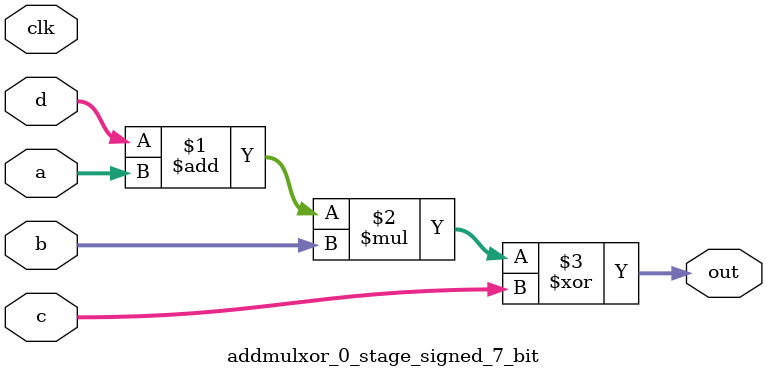
<source format=sv>
(* use_dsp = "yes" *) module addmulxor_0_stage_signed_7_bit(
	input signed [6:0] a,
	input signed [6:0] b,
	input signed [6:0] c,
	input signed [6:0] d,
	output [6:0] out,
	input clk);

	assign out = ((d + a) * b) ^ c;
endmodule

</source>
